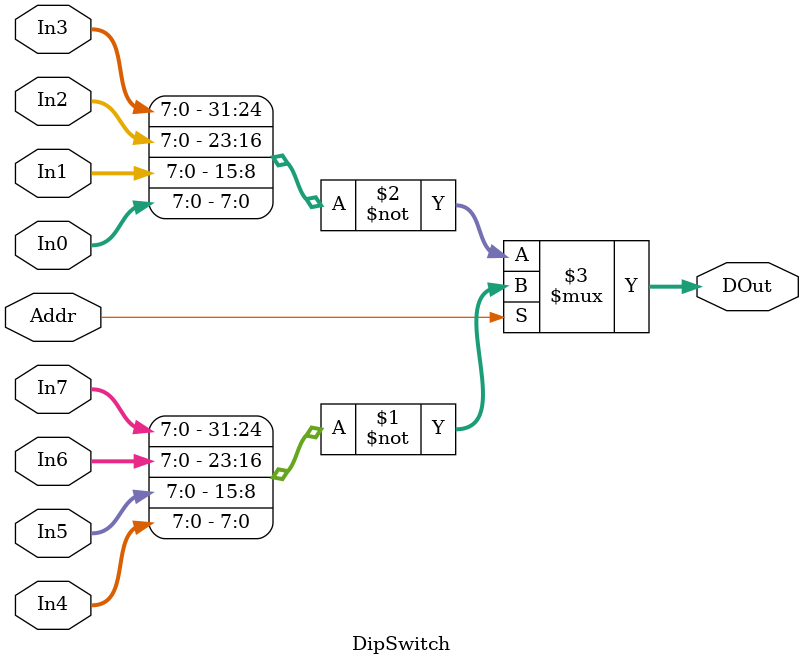
<source format=v>
`timescale 1ns / 1ps
module DipSwitch(
	 input Addr,
    input [7:0] In0,
    input [7:0] In1,
    input [7:0] In2,
    input [7:0] In3,
	 input [7:0] In4,
    input [7:0] In5,
    input [7:0] In6,
    input [7:0] In7,
    output [31:0] DOut
    );

	assign DOut = Addr ? ~{In7, In6, In5, In4} : ~{In3, In2, In1, In0};

endmodule

</source>
